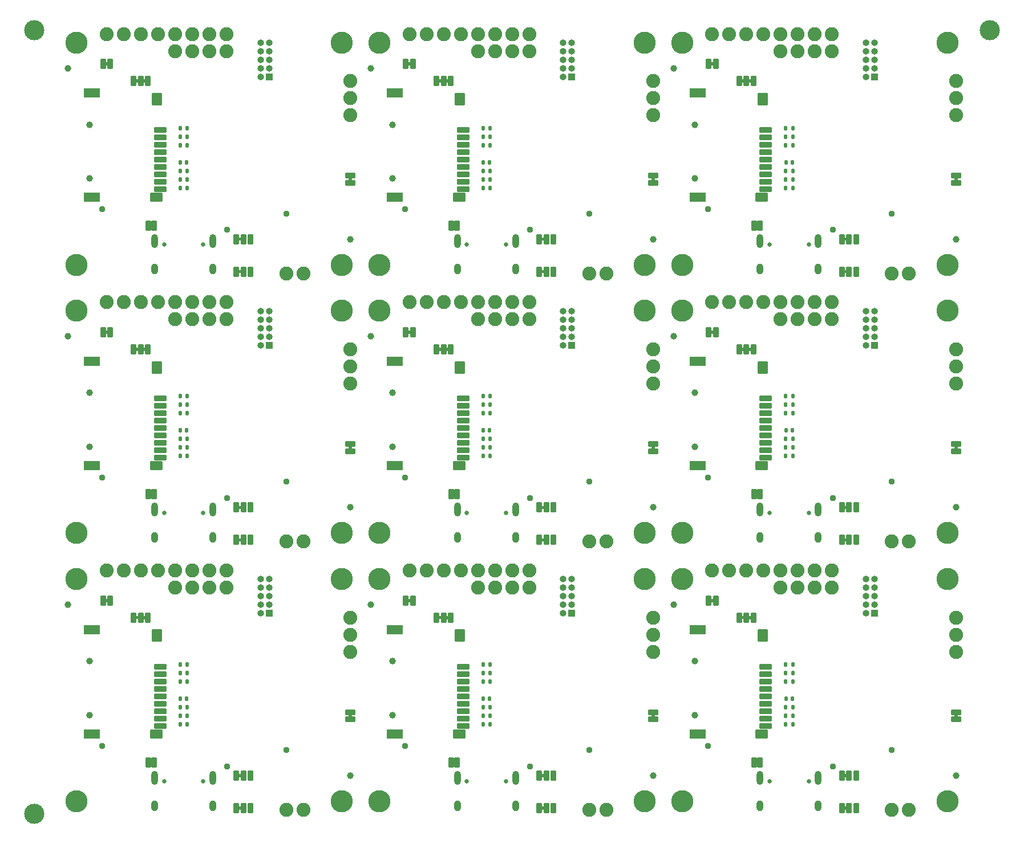
<source format=gbs>
%TF.GenerationSoftware,KiCad,Pcbnew,8.0.1*%
%TF.CreationDate,2024-05-21T10:24:44-06:00*%
%TF.ProjectId,SparkFun_Qwiic_WAV_Trigger_Pro_panelized,53706172-6b46-4756-9e5f-51776969635f,rev?*%
%TF.SameCoordinates,Original*%
%TF.FileFunction,Soldermask,Bot*%
%TF.FilePolarity,Negative*%
%FSLAX46Y46*%
G04 Gerber Fmt 4.6, Leading zero omitted, Abs format (unit mm)*
G04 Created by KiCad (PCBNEW 8.0.1) date 2024-05-21 10:24:44*
%MOMM*%
%LPD*%
G01*
G04 APERTURE LIST*
G04 Aperture macros list*
%AMRoundRect*
0 Rectangle with rounded corners*
0 $1 Rounding radius*
0 $2 $3 $4 $5 $6 $7 $8 $9 X,Y pos of 4 corners*
0 Add a 4 corners polygon primitive as box body*
4,1,4,$2,$3,$4,$5,$6,$7,$8,$9,$2,$3,0*
0 Add four circle primitives for the rounded corners*
1,1,$1+$1,$2,$3*
1,1,$1+$1,$4,$5*
1,1,$1+$1,$6,$7*
1,1,$1+$1,$8,$9*
0 Add four rect primitives between the rounded corners*
20,1,$1+$1,$2,$3,$4,$5,0*
20,1,$1+$1,$4,$5,$6,$7,0*
20,1,$1+$1,$6,$7,$8,$9,0*
20,1,$1+$1,$8,$9,$2,$3,0*%
G04 Aperture macros list end*
%ADD10C,0.000000*%
%ADD11C,3.000000*%
%ADD12C,1.000000*%
%ADD13RoundRect,0.101600X-0.330200X-0.635000X0.330200X-0.635000X0.330200X0.635000X-0.330200X0.635000X0*%
%ADD14RoundRect,0.101600X0.330200X0.635000X-0.330200X0.635000X-0.330200X-0.635000X0.330200X-0.635000X0*%
%ADD15RoundRect,0.085000X-0.317500X-0.635000X0.317500X-0.635000X0.317500X0.635000X-0.317500X0.635000X0*%
%ADD16RoundRect,0.135000X0.135000X0.185000X-0.135000X0.185000X-0.135000X-0.185000X0.135000X-0.185000X0*%
%ADD17RoundRect,0.476600X0.000010X0.000010X-0.000010X0.000010X-0.000010X-0.000010X0.000010X-0.000010X0*%
%ADD18RoundRect,0.101600X-0.635000X0.330200X-0.635000X-0.330200X0.635000X-0.330200X0.635000X0.330200X0*%
%ADD19RoundRect,0.101600X-0.800000X-0.350000X0.800000X-0.350000X0.800000X0.350000X-0.800000X0.350000X0*%
%ADD20RoundRect,0.101600X0.800000X-0.600000X0.800000X0.600000X-0.800000X0.600000X-0.800000X-0.600000X0*%
%ADD21RoundRect,0.101600X1.100000X-0.600000X1.100000X0.600000X-1.100000X0.600000X-1.100000X-0.600000X0*%
%ADD22RoundRect,0.101600X0.700000X-0.800000X0.700000X0.800000X-0.700000X0.800000X-0.700000X-0.800000X0*%
%ADD23RoundRect,0.140000X0.140000X0.170000X-0.140000X0.170000X-0.140000X-0.170000X0.140000X-0.170000X0*%
%ADD24C,0.650000*%
%ADD25O,1.000000X1.600000*%
%ADD26O,1.000000X2.100000*%
%ADD27C,3.302000*%
%ADD28C,2.082800*%
%ADD29R,1.000000X1.000000*%
%ADD30O,1.000000X1.000000*%
G04 APERTURE END LIST*
D10*
%TO.C,JP1*%
G36*
X116938300Y85849500D02*
G01*
X116430300Y85849500D01*
X116430300Y86330500D01*
X116938300Y86330500D01*
X116938300Y85849500D01*
G37*
G36*
X116938300Y45979500D02*
G01*
X116430300Y45979500D01*
X116430300Y46460500D01*
X116938300Y46460500D01*
X116938300Y45979500D01*
G37*
G36*
X116938300Y6109500D02*
G01*
X116430300Y6109500D01*
X116430300Y6590500D01*
X116938300Y6590500D01*
X116938300Y6109500D01*
G37*
G36*
X71988300Y85849500D02*
G01*
X71480300Y85849500D01*
X71480300Y86330500D01*
X71988300Y86330500D01*
X71988300Y85849500D01*
G37*
G36*
X71988300Y45979500D02*
G01*
X71480300Y45979500D01*
X71480300Y46460500D01*
X71988300Y46460500D01*
X71988300Y45979500D01*
G37*
G36*
X71988300Y6109500D02*
G01*
X71480300Y6109500D01*
X71480300Y6590500D01*
X71988300Y6590500D01*
X71988300Y6109500D01*
G37*
G36*
X27038300Y85849500D02*
G01*
X26530300Y85849500D01*
X26530300Y86330500D01*
X27038300Y86330500D01*
X27038300Y85849500D01*
G37*
G36*
X27038300Y45979500D02*
G01*
X26530300Y45979500D01*
X26530300Y46460500D01*
X27038300Y46460500D01*
X27038300Y45979500D01*
G37*
%TO.C,JP2*%
G36*
X116938300Y81023500D02*
G01*
X116430300Y81023500D01*
X116430300Y81504500D01*
X116938300Y81504500D01*
X116938300Y81023500D01*
G37*
G36*
X116938300Y41153500D02*
G01*
X116430300Y41153500D01*
X116430300Y41634500D01*
X116938300Y41634500D01*
X116938300Y41153500D01*
G37*
G36*
X116938300Y1283500D02*
G01*
X116430300Y1283500D01*
X116430300Y1764500D01*
X116938300Y1764500D01*
X116938300Y1283500D01*
G37*
G36*
X71988300Y81023500D02*
G01*
X71480300Y81023500D01*
X71480300Y81504500D01*
X71988300Y81504500D01*
X71988300Y81023500D01*
G37*
G36*
X71988300Y41153500D02*
G01*
X71480300Y41153500D01*
X71480300Y41634500D01*
X71988300Y41634500D01*
X71988300Y41153500D01*
G37*
G36*
X71988300Y1283500D02*
G01*
X71480300Y1283500D01*
X71480300Y1764500D01*
X71988300Y1764500D01*
X71988300Y1283500D01*
G37*
G36*
X27038300Y81023500D02*
G01*
X26530300Y81023500D01*
X26530300Y81504500D01*
X27038300Y81504500D01*
X27038300Y81023500D01*
G37*
G36*
X27038300Y41153500D02*
G01*
X26530300Y41153500D01*
X26530300Y41634500D01*
X27038300Y41634500D01*
X27038300Y41153500D01*
G37*
%TO.C,JP4*%
G36*
X97139000Y111884500D02*
G01*
X96631000Y111884500D01*
X96631000Y112365500D01*
X97139000Y112365500D01*
X97139000Y111884500D01*
G37*
G36*
X97139000Y72014500D02*
G01*
X96631000Y72014500D01*
X96631000Y72495500D01*
X97139000Y72495500D01*
X97139000Y72014500D01*
G37*
G36*
X97139000Y32144500D02*
G01*
X96631000Y32144500D01*
X96631000Y32625500D01*
X97139000Y32625500D01*
X97139000Y32144500D01*
G37*
G36*
X52189000Y111884500D02*
G01*
X51681000Y111884500D01*
X51681000Y112365500D01*
X52189000Y112365500D01*
X52189000Y111884500D01*
G37*
G36*
X52189000Y72014500D02*
G01*
X51681000Y72014500D01*
X51681000Y72495500D01*
X52189000Y72495500D01*
X52189000Y72014500D01*
G37*
G36*
X52189000Y32144500D02*
G01*
X51681000Y32144500D01*
X51681000Y32625500D01*
X52189000Y32625500D01*
X52189000Y32144500D01*
G37*
G36*
X7239000Y111884500D02*
G01*
X6731000Y111884500D01*
X6731000Y112365500D01*
X7239000Y112365500D01*
X7239000Y111884500D01*
G37*
G36*
X7239000Y72014500D02*
G01*
X6731000Y72014500D01*
X6731000Y72495500D01*
X7239000Y72495500D01*
X7239000Y72014500D01*
G37*
%TO.C,JP6*%
G36*
X133320500Y94726000D02*
G01*
X132839500Y94726000D01*
X132839500Y95234000D01*
X133320500Y95234000D01*
X133320500Y94726000D01*
G37*
G36*
X133320500Y54856000D02*
G01*
X132839500Y54856000D01*
X132839500Y55364000D01*
X133320500Y55364000D01*
X133320500Y54856000D01*
G37*
G36*
X133320500Y14986000D02*
G01*
X132839500Y14986000D01*
X132839500Y15494000D01*
X133320500Y15494000D01*
X133320500Y14986000D01*
G37*
G36*
X88370500Y94726000D02*
G01*
X87889500Y94726000D01*
X87889500Y95234000D01*
X88370500Y95234000D01*
X88370500Y94726000D01*
G37*
G36*
X88370500Y54856000D02*
G01*
X87889500Y54856000D01*
X87889500Y55364000D01*
X88370500Y55364000D01*
X88370500Y54856000D01*
G37*
G36*
X88370500Y14986000D02*
G01*
X87889500Y14986000D01*
X87889500Y15494000D01*
X88370500Y15494000D01*
X88370500Y14986000D01*
G37*
G36*
X43420500Y94726000D02*
G01*
X42939500Y94726000D01*
X42939500Y95234000D01*
X43420500Y95234000D01*
X43420500Y94726000D01*
G37*
G36*
X43420500Y54856000D02*
G01*
X42939500Y54856000D01*
X42939500Y55364000D01*
X43420500Y55364000D01*
X43420500Y54856000D01*
G37*
%TO.C,JP5*%
G36*
X101707000Y109367500D02*
G01*
X101199000Y109367500D01*
X101199000Y109848500D01*
X101707000Y109848500D01*
X101707000Y109367500D01*
G37*
G36*
X102739700Y109344500D02*
G01*
X102231700Y109344500D01*
X102231700Y109825500D01*
X102739700Y109825500D01*
X102739700Y109344500D01*
G37*
G36*
X101707000Y69497500D02*
G01*
X101199000Y69497500D01*
X101199000Y69978500D01*
X101707000Y69978500D01*
X101707000Y69497500D01*
G37*
G36*
X102739700Y69474500D02*
G01*
X102231700Y69474500D01*
X102231700Y69955500D01*
X102739700Y69955500D01*
X102739700Y69474500D01*
G37*
G36*
X101707000Y29627500D02*
G01*
X101199000Y29627500D01*
X101199000Y30108500D01*
X101707000Y30108500D01*
X101707000Y29627500D01*
G37*
G36*
X102739700Y29604500D02*
G01*
X102231700Y29604500D01*
X102231700Y30085500D01*
X102739700Y30085500D01*
X102739700Y29604500D01*
G37*
G36*
X56757000Y109367500D02*
G01*
X56249000Y109367500D01*
X56249000Y109848500D01*
X56757000Y109848500D01*
X56757000Y109367500D01*
G37*
G36*
X57789700Y109344500D02*
G01*
X57281700Y109344500D01*
X57281700Y109825500D01*
X57789700Y109825500D01*
X57789700Y109344500D01*
G37*
G36*
X56757000Y69497500D02*
G01*
X56249000Y69497500D01*
X56249000Y69978500D01*
X56757000Y69978500D01*
X56757000Y69497500D01*
G37*
G36*
X57789700Y69474500D02*
G01*
X57281700Y69474500D01*
X57281700Y69955500D01*
X57789700Y69955500D01*
X57789700Y69474500D01*
G37*
G36*
X56757000Y29627500D02*
G01*
X56249000Y29627500D01*
X56249000Y30108500D01*
X56757000Y30108500D01*
X56757000Y29627500D01*
G37*
G36*
X57789700Y29604500D02*
G01*
X57281700Y29604500D01*
X57281700Y30085500D01*
X57789700Y30085500D01*
X57789700Y29604500D01*
G37*
G36*
X11807000Y109367500D02*
G01*
X11299000Y109367500D01*
X11299000Y109848500D01*
X11807000Y109848500D01*
X11807000Y109367500D01*
G37*
G36*
X12839700Y109344500D02*
G01*
X12331700Y109344500D01*
X12331700Y109825500D01*
X12839700Y109825500D01*
X12839700Y109344500D01*
G37*
G36*
X11807000Y69497500D02*
G01*
X11299000Y69497500D01*
X11299000Y69978500D01*
X11807000Y69978500D01*
X11807000Y69497500D01*
G37*
G36*
X12839700Y69474500D02*
G01*
X12331700Y69474500D01*
X12331700Y69955500D01*
X12839700Y69955500D01*
X12839700Y69474500D01*
G37*
G36*
X11807000Y29627500D02*
G01*
X11299000Y29627500D01*
X11299000Y30108500D01*
X11807000Y30108500D01*
X11807000Y29627500D01*
G37*
G36*
X12839700Y29604500D02*
G01*
X12331700Y29604500D01*
X12331700Y30085500D01*
X12839700Y30085500D01*
X12839700Y29604500D01*
G37*
%TO.C,JP6*%
G36*
X43420500Y14986000D02*
G01*
X42939500Y14986000D01*
X42939500Y15494000D01*
X43420500Y15494000D01*
X43420500Y14986000D01*
G37*
%TO.C,JP4*%
G36*
X7239000Y32144500D02*
G01*
X6731000Y32144500D01*
X6731000Y32625500D01*
X7239000Y32625500D01*
X7239000Y32144500D01*
G37*
%TO.C,JP2*%
G36*
X27038300Y1283500D02*
G01*
X26530300Y1283500D01*
X26530300Y1764500D01*
X27038300Y1764500D01*
X27038300Y1283500D01*
G37*
%TO.C,JP1*%
G36*
X27038300Y6109500D02*
G01*
X26530300Y6109500D01*
X26530300Y6590500D01*
X27038300Y6590500D01*
X27038300Y6109500D01*
G37*
%TD*%
D11*
%TO.C,*%
X138050000Y117135000D03*
%TD*%
%TO.C,*%
X-3700000Y117135000D03*
%TD*%
%TO.C,*%
X-3700000Y705000D03*
%TD*%
D12*
%TO.C,FID3*%
X133080000Y86090000D03*
%TD*%
%TO.C,FID3*%
X133080000Y46220000D03*
%TD*%
%TO.C,FID3*%
X133080000Y6350000D03*
%TD*%
%TO.C,FID3*%
X88130000Y86090000D03*
%TD*%
%TO.C,FID3*%
X88130000Y46220000D03*
%TD*%
%TO.C,FID3*%
X88130000Y6350000D03*
%TD*%
%TO.C,FID3*%
X43180000Y86090000D03*
%TD*%
%TO.C,FID3*%
X43180000Y46220000D03*
%TD*%
D13*
%TO.C,JP1*%
X116163600Y86090000D03*
X117205000Y86090000D03*
D14*
X118246400Y86090000D03*
%TD*%
D13*
%TO.C,JP1*%
X116163600Y46220000D03*
X117205000Y46220000D03*
D14*
X118246400Y46220000D03*
%TD*%
D13*
%TO.C,JP1*%
X116163600Y6350000D03*
X117205000Y6350000D03*
D14*
X118246400Y6350000D03*
%TD*%
D13*
%TO.C,JP1*%
X71213600Y86090000D03*
X72255000Y86090000D03*
D14*
X73296400Y86090000D03*
%TD*%
D13*
%TO.C,JP1*%
X71213600Y46220000D03*
X72255000Y46220000D03*
D14*
X73296400Y46220000D03*
%TD*%
D13*
%TO.C,JP1*%
X71213600Y6350000D03*
X72255000Y6350000D03*
D14*
X73296400Y6350000D03*
%TD*%
D13*
%TO.C,JP1*%
X26263600Y86090000D03*
X27305000Y86090000D03*
D14*
X28346400Y86090000D03*
%TD*%
D13*
%TO.C,JP1*%
X26263600Y46220000D03*
X27305000Y46220000D03*
D14*
X28346400Y46220000D03*
%TD*%
D13*
%TO.C,JP2*%
X116163600Y81264000D03*
X117205000Y81264000D03*
D14*
X118246400Y81264000D03*
%TD*%
D13*
%TO.C,JP2*%
X116163600Y41394000D03*
X117205000Y41394000D03*
D14*
X118246400Y41394000D03*
%TD*%
D13*
%TO.C,JP2*%
X116163600Y1524000D03*
X117205000Y1524000D03*
D14*
X118246400Y1524000D03*
%TD*%
D13*
%TO.C,JP2*%
X71213600Y81264000D03*
X72255000Y81264000D03*
D14*
X73296400Y81264000D03*
%TD*%
D13*
%TO.C,JP2*%
X71213600Y41394000D03*
X72255000Y41394000D03*
D14*
X73296400Y41394000D03*
%TD*%
D13*
%TO.C,JP2*%
X71213600Y1524000D03*
X72255000Y1524000D03*
D14*
X73296400Y1524000D03*
%TD*%
D13*
%TO.C,JP2*%
X26263600Y81264000D03*
X27305000Y81264000D03*
D14*
X28346400Y81264000D03*
%TD*%
D13*
%TO.C,JP2*%
X26263600Y41394000D03*
X27305000Y41394000D03*
D14*
X28346400Y41394000D03*
%TD*%
D12*
%TO.C,FID4*%
X91170000Y111490000D03*
%TD*%
%TO.C,FID4*%
X91170000Y71620000D03*
%TD*%
%TO.C,FID4*%
X91170000Y31750000D03*
%TD*%
%TO.C,FID4*%
X46220000Y111490000D03*
%TD*%
%TO.C,FID4*%
X46220000Y71620000D03*
%TD*%
%TO.C,FID4*%
X46220000Y31750000D03*
%TD*%
%TO.C,FID4*%
X1270000Y111490000D03*
%TD*%
%TO.C,FID4*%
X1270000Y71620000D03*
%TD*%
D13*
%TO.C,JP4*%
X96364300Y112125000D03*
X97405700Y112125000D03*
%TD*%
%TO.C,JP4*%
X96364300Y72255000D03*
X97405700Y72255000D03*
%TD*%
%TO.C,JP4*%
X96364300Y32385000D03*
X97405700Y32385000D03*
%TD*%
%TO.C,JP4*%
X51414300Y112125000D03*
X52455700Y112125000D03*
%TD*%
%TO.C,JP4*%
X51414300Y72255000D03*
X52455700Y72255000D03*
%TD*%
%TO.C,JP4*%
X51414300Y32385000D03*
X52455700Y32385000D03*
%TD*%
%TO.C,JP4*%
X6464300Y112125000D03*
X7505700Y112125000D03*
%TD*%
%TO.C,JP4*%
X6464300Y72255000D03*
X7505700Y72255000D03*
%TD*%
D15*
%TO.C,JP3*%
X103108000Y88071200D03*
X103920800Y88071200D03*
%TD*%
%TO.C,JP3*%
X103108000Y48201200D03*
X103920800Y48201200D03*
%TD*%
%TO.C,JP3*%
X103108000Y8331200D03*
X103920800Y8331200D03*
%TD*%
%TO.C,JP3*%
X58158000Y88071200D03*
X58970800Y88071200D03*
%TD*%
%TO.C,JP3*%
X58158000Y48201200D03*
X58970800Y48201200D03*
%TD*%
%TO.C,JP3*%
X58158000Y8331200D03*
X58970800Y8331200D03*
%TD*%
%TO.C,JP3*%
X13208000Y88071200D03*
X14020800Y88071200D03*
%TD*%
%TO.C,JP3*%
X13208000Y48201200D03*
X14020800Y48201200D03*
%TD*%
D16*
%TO.C,R9*%
X108825000Y100060000D03*
X107805000Y100060000D03*
%TD*%
%TO.C,R9*%
X108825000Y60190000D03*
X107805000Y60190000D03*
%TD*%
%TO.C,R9*%
X108825000Y20320000D03*
X107805000Y20320000D03*
%TD*%
%TO.C,R9*%
X63875000Y100060000D03*
X62855000Y100060000D03*
%TD*%
%TO.C,R9*%
X63875000Y60190000D03*
X62855000Y60190000D03*
%TD*%
%TO.C,R9*%
X63875000Y20320000D03*
X62855000Y20320000D03*
%TD*%
%TO.C,R9*%
X18925000Y100060000D03*
X17905000Y100060000D03*
%TD*%
%TO.C,R9*%
X18925000Y60190000D03*
X17905000Y60190000D03*
%TD*%
D17*
%TO.C,TP2*%
X123555000Y89900000D03*
%TD*%
%TO.C,TP2*%
X123555000Y50030000D03*
%TD*%
%TO.C,TP2*%
X123555000Y10160000D03*
%TD*%
%TO.C,TP2*%
X78605000Y89900000D03*
%TD*%
%TO.C,TP2*%
X78605000Y50030000D03*
%TD*%
%TO.C,TP2*%
X78605000Y10160000D03*
%TD*%
%TO.C,TP2*%
X33655000Y89900000D03*
%TD*%
%TO.C,TP2*%
X33655000Y50030000D03*
%TD*%
D16*
%TO.C,R12*%
X108825000Y94980000D03*
X107805000Y94980000D03*
%TD*%
%TO.C,R12*%
X108825000Y55110000D03*
X107805000Y55110000D03*
%TD*%
%TO.C,R12*%
X108825000Y15240000D03*
X107805000Y15240000D03*
%TD*%
%TO.C,R12*%
X63875000Y94980000D03*
X62855000Y94980000D03*
%TD*%
%TO.C,R12*%
X63875000Y55110000D03*
X62855000Y55110000D03*
%TD*%
%TO.C,R12*%
X63875000Y15240000D03*
X62855000Y15240000D03*
%TD*%
%TO.C,R12*%
X18925000Y94980000D03*
X17905000Y94980000D03*
%TD*%
%TO.C,R12*%
X18925000Y55110000D03*
X17905000Y55110000D03*
%TD*%
D17*
%TO.C,TP1*%
X96250000Y90535000D03*
%TD*%
%TO.C,TP1*%
X96250000Y50665000D03*
%TD*%
%TO.C,TP1*%
X96250000Y10795000D03*
%TD*%
%TO.C,TP1*%
X51300000Y90535000D03*
%TD*%
%TO.C,TP1*%
X51300000Y50665000D03*
%TD*%
%TO.C,TP1*%
X51300000Y10795000D03*
%TD*%
%TO.C,TP1*%
X6350000Y90535000D03*
%TD*%
%TO.C,TP1*%
X6350000Y50665000D03*
%TD*%
D16*
%TO.C,R10*%
X108825000Y96250000D03*
X107805000Y96250000D03*
%TD*%
%TO.C,R10*%
X108825000Y56380000D03*
X107805000Y56380000D03*
%TD*%
%TO.C,R10*%
X108825000Y16510000D03*
X107805000Y16510000D03*
%TD*%
%TO.C,R10*%
X63875000Y96250000D03*
X62855000Y96250000D03*
%TD*%
%TO.C,R10*%
X63875000Y56380000D03*
X62855000Y56380000D03*
%TD*%
%TO.C,R10*%
X63875000Y16510000D03*
X62855000Y16510000D03*
%TD*%
%TO.C,R10*%
X18925000Y96250000D03*
X17905000Y96250000D03*
%TD*%
%TO.C,R10*%
X18925000Y56380000D03*
X17905000Y56380000D03*
%TD*%
D18*
%TO.C,JP6*%
X133080000Y95500700D03*
X133080000Y94459300D03*
%TD*%
%TO.C,JP6*%
X133080000Y55630700D03*
X133080000Y54589300D03*
%TD*%
%TO.C,JP6*%
X133080000Y15760700D03*
X133080000Y14719300D03*
%TD*%
%TO.C,JP6*%
X88130000Y95500700D03*
X88130000Y94459300D03*
%TD*%
%TO.C,JP6*%
X88130000Y55630700D03*
X88130000Y54589300D03*
%TD*%
%TO.C,JP6*%
X88130000Y15760700D03*
X88130000Y14719300D03*
%TD*%
%TO.C,JP6*%
X43180000Y95500700D03*
X43180000Y94459300D03*
%TD*%
%TO.C,JP6*%
X43180000Y55630700D03*
X43180000Y54589300D03*
%TD*%
D12*
%TO.C,J5*%
X94345000Y95110000D03*
X94345000Y103110000D03*
D19*
X104845000Y102310000D03*
X104845000Y101210000D03*
X104845000Y100110000D03*
X104845000Y99010000D03*
X104845000Y97910000D03*
X104845000Y96810000D03*
X104845000Y95710000D03*
X104845000Y94610000D03*
X104845000Y93510000D03*
D20*
X104245000Y92310000D03*
D21*
X94745000Y92310000D03*
X94745000Y107810000D03*
D22*
X104345000Y106910000D03*
%TD*%
D12*
%TO.C,J5*%
X94345000Y55240000D03*
X94345000Y63240000D03*
D19*
X104845000Y62440000D03*
X104845000Y61340000D03*
X104845000Y60240000D03*
X104845000Y59140000D03*
X104845000Y58040000D03*
X104845000Y56940000D03*
X104845000Y55840000D03*
X104845000Y54740000D03*
X104845000Y53640000D03*
D20*
X104245000Y52440000D03*
D21*
X94745000Y52440000D03*
X94745000Y67940000D03*
D22*
X104345000Y67040000D03*
%TD*%
D12*
%TO.C,J5*%
X94345000Y15370000D03*
X94345000Y23370000D03*
D19*
X104845000Y22570000D03*
X104845000Y21470000D03*
X104845000Y20370000D03*
X104845000Y19270000D03*
X104845000Y18170000D03*
X104845000Y17070000D03*
X104845000Y15970000D03*
X104845000Y14870000D03*
X104845000Y13770000D03*
D20*
X104245000Y12570000D03*
D21*
X94745000Y12570000D03*
X94745000Y28070000D03*
D22*
X104345000Y27170000D03*
%TD*%
D12*
%TO.C,J5*%
X49395000Y95110000D03*
X49395000Y103110000D03*
D19*
X59895000Y102310000D03*
X59895000Y101210000D03*
X59895000Y100110000D03*
X59895000Y99010000D03*
X59895000Y97910000D03*
X59895000Y96810000D03*
X59895000Y95710000D03*
X59895000Y94610000D03*
X59895000Y93510000D03*
D20*
X59295000Y92310000D03*
D21*
X49795000Y92310000D03*
X49795000Y107810000D03*
D22*
X59395000Y106910000D03*
%TD*%
D12*
%TO.C,J5*%
X49395000Y55240000D03*
X49395000Y63240000D03*
D19*
X59895000Y62440000D03*
X59895000Y61340000D03*
X59895000Y60240000D03*
X59895000Y59140000D03*
X59895000Y58040000D03*
X59895000Y56940000D03*
X59895000Y55840000D03*
X59895000Y54740000D03*
X59895000Y53640000D03*
D20*
X59295000Y52440000D03*
D21*
X49795000Y52440000D03*
X49795000Y67940000D03*
D22*
X59395000Y67040000D03*
%TD*%
D12*
%TO.C,J5*%
X49395000Y15370000D03*
X49395000Y23370000D03*
D19*
X59895000Y22570000D03*
X59895000Y21470000D03*
X59895000Y20370000D03*
X59895000Y19270000D03*
X59895000Y18170000D03*
X59895000Y17070000D03*
X59895000Y15970000D03*
X59895000Y14870000D03*
X59895000Y13770000D03*
D20*
X59295000Y12570000D03*
D21*
X49795000Y12570000D03*
X49795000Y28070000D03*
D22*
X59395000Y27170000D03*
%TD*%
D12*
%TO.C,J5*%
X4445000Y95110000D03*
X4445000Y103110000D03*
D19*
X14945000Y102310000D03*
X14945000Y101210000D03*
X14945000Y100110000D03*
X14945000Y99010000D03*
X14945000Y97910000D03*
X14945000Y96810000D03*
X14945000Y95710000D03*
X14945000Y94610000D03*
X14945000Y93510000D03*
D20*
X14345000Y92310000D03*
D21*
X4845000Y92310000D03*
X4845000Y107810000D03*
D22*
X14445000Y106910000D03*
%TD*%
D12*
%TO.C,J5*%
X4445000Y55240000D03*
X4445000Y63240000D03*
D19*
X14945000Y62440000D03*
X14945000Y61340000D03*
X14945000Y60240000D03*
X14945000Y59140000D03*
X14945000Y58040000D03*
X14945000Y56940000D03*
X14945000Y55840000D03*
X14945000Y54740000D03*
X14945000Y53640000D03*
D20*
X14345000Y52440000D03*
D21*
X4845000Y52440000D03*
X4845000Y67940000D03*
D22*
X14445000Y67040000D03*
%TD*%
D16*
%TO.C,R13*%
X108825000Y102600000D03*
X107805000Y102600000D03*
%TD*%
%TO.C,R13*%
X108825000Y62730000D03*
X107805000Y62730000D03*
%TD*%
%TO.C,R13*%
X108825000Y22860000D03*
X107805000Y22860000D03*
%TD*%
%TO.C,R13*%
X63875000Y102600000D03*
X62855000Y102600000D03*
%TD*%
%TO.C,R13*%
X63875000Y62730000D03*
X62855000Y62730000D03*
%TD*%
%TO.C,R13*%
X63875000Y22860000D03*
X62855000Y22860000D03*
%TD*%
%TO.C,R13*%
X18925000Y102600000D03*
X17905000Y102600000D03*
%TD*%
%TO.C,R13*%
X18925000Y62730000D03*
X17905000Y62730000D03*
%TD*%
D23*
%TO.C,C25*%
X108795000Y97520000D03*
X107835000Y97520000D03*
%TD*%
%TO.C,C25*%
X108795000Y57650000D03*
X107835000Y57650000D03*
%TD*%
%TO.C,C25*%
X108795000Y17780000D03*
X107835000Y17780000D03*
%TD*%
%TO.C,C25*%
X63845000Y97520000D03*
X62885000Y97520000D03*
%TD*%
%TO.C,C25*%
X63845000Y57650000D03*
X62885000Y57650000D03*
%TD*%
%TO.C,C25*%
X63845000Y17780000D03*
X62885000Y17780000D03*
%TD*%
%TO.C,C25*%
X18895000Y97520000D03*
X17935000Y97520000D03*
%TD*%
%TO.C,C25*%
X18895000Y57650000D03*
X17935000Y57650000D03*
%TD*%
D14*
%TO.C,JP5*%
X103006400Y109585000D03*
X101965000Y109585000D03*
D13*
X100923600Y109585000D03*
%TD*%
D14*
%TO.C,JP5*%
X103006400Y69715000D03*
X101965000Y69715000D03*
D13*
X100923600Y69715000D03*
%TD*%
D14*
%TO.C,JP5*%
X103006400Y29845000D03*
X101965000Y29845000D03*
D13*
X100923600Y29845000D03*
%TD*%
D14*
%TO.C,JP5*%
X58056400Y109585000D03*
X57015000Y109585000D03*
D13*
X55973600Y109585000D03*
%TD*%
D14*
%TO.C,JP5*%
X58056400Y69715000D03*
X57015000Y69715000D03*
D13*
X55973600Y69715000D03*
%TD*%
D14*
%TO.C,JP5*%
X58056400Y29845000D03*
X57015000Y29845000D03*
D13*
X55973600Y29845000D03*
%TD*%
D14*
%TO.C,JP5*%
X13106400Y109585000D03*
X12065000Y109585000D03*
D13*
X11023600Y109585000D03*
%TD*%
D14*
%TO.C,JP5*%
X13106400Y69715000D03*
X12065000Y69715000D03*
D13*
X11023600Y69715000D03*
%TD*%
D17*
%TO.C,TP3*%
X114792000Y87487000D03*
%TD*%
%TO.C,TP3*%
X114792000Y47617000D03*
%TD*%
%TO.C,TP3*%
X114792000Y7747000D03*
%TD*%
%TO.C,TP3*%
X69842000Y87487000D03*
%TD*%
%TO.C,TP3*%
X69842000Y47617000D03*
%TD*%
%TO.C,TP3*%
X69842000Y7747000D03*
%TD*%
%TO.C,TP3*%
X24892000Y87487000D03*
%TD*%
%TO.C,TP3*%
X24892000Y47617000D03*
%TD*%
D16*
%TO.C,R16*%
X108825000Y93710000D03*
X107805000Y93710000D03*
%TD*%
%TO.C,R16*%
X108825000Y53840000D03*
X107805000Y53840000D03*
%TD*%
%TO.C,R16*%
X108825000Y13970000D03*
X107805000Y13970000D03*
%TD*%
%TO.C,R16*%
X63875000Y93710000D03*
X62855000Y93710000D03*
%TD*%
%TO.C,R16*%
X63875000Y53840000D03*
X62855000Y53840000D03*
%TD*%
%TO.C,R16*%
X63875000Y13970000D03*
X62855000Y13970000D03*
%TD*%
%TO.C,R16*%
X18925000Y93710000D03*
X17905000Y93710000D03*
%TD*%
%TO.C,R16*%
X18925000Y53840000D03*
X17905000Y53840000D03*
%TD*%
%TO.C,R14*%
X108825000Y101330000D03*
X107805000Y101330000D03*
%TD*%
%TO.C,R14*%
X108825000Y61460000D03*
X107805000Y61460000D03*
%TD*%
%TO.C,R14*%
X108825000Y21590000D03*
X107805000Y21590000D03*
%TD*%
%TO.C,R14*%
X63875000Y101330000D03*
X62855000Y101330000D03*
%TD*%
%TO.C,R14*%
X63875000Y61460000D03*
X62855000Y61460000D03*
%TD*%
%TO.C,R14*%
X63875000Y21590000D03*
X62855000Y21590000D03*
%TD*%
%TO.C,R14*%
X18925000Y101330000D03*
X17905000Y101330000D03*
%TD*%
%TO.C,R14*%
X18925000Y61460000D03*
X17905000Y61460000D03*
%TD*%
D24*
%TO.C,J2*%
X105425000Y85280000D03*
X111205000Y85280000D03*
D25*
X103997000Y81630000D03*
D26*
X103997000Y85810000D03*
X112633000Y85810000D03*
D25*
X112633000Y81630000D03*
%TD*%
D24*
%TO.C,J2*%
X105425000Y45410000D03*
X111205000Y45410000D03*
D25*
X103997000Y41760000D03*
D26*
X103997000Y45940000D03*
X112633000Y45940000D03*
D25*
X112633000Y41760000D03*
%TD*%
D24*
%TO.C,J2*%
X105425000Y5540000D03*
X111205000Y5540000D03*
D25*
X103997000Y1890000D03*
D26*
X103997000Y6070000D03*
X112633000Y6070000D03*
D25*
X112633000Y1890000D03*
%TD*%
D24*
%TO.C,J2*%
X60475000Y85280000D03*
X66255000Y85280000D03*
D25*
X59047000Y81630000D03*
D26*
X59047000Y85810000D03*
X67683000Y85810000D03*
D25*
X67683000Y81630000D03*
%TD*%
D24*
%TO.C,J2*%
X60475000Y45410000D03*
X66255000Y45410000D03*
D25*
X59047000Y41760000D03*
D26*
X59047000Y45940000D03*
X67683000Y45940000D03*
D25*
X67683000Y41760000D03*
%TD*%
D24*
%TO.C,J2*%
X60475000Y5540000D03*
X66255000Y5540000D03*
D25*
X59047000Y1890000D03*
D26*
X59047000Y6070000D03*
X67683000Y6070000D03*
D25*
X67683000Y1890000D03*
%TD*%
D24*
%TO.C,J2*%
X15525000Y85280000D03*
X21305000Y85280000D03*
D25*
X14097000Y81630000D03*
D26*
X14097000Y85810000D03*
X22733000Y85810000D03*
D25*
X22733000Y81630000D03*
%TD*%
D24*
%TO.C,J2*%
X15525000Y45410000D03*
X21305000Y45410000D03*
D25*
X14097000Y41760000D03*
D26*
X14097000Y45940000D03*
X22733000Y45940000D03*
D25*
X22733000Y41760000D03*
%TD*%
D27*
%TO.C,ST4*%
X92440000Y115300000D03*
%TD*%
%TO.C,ST4*%
X92440000Y75430000D03*
%TD*%
%TO.C,ST4*%
X92440000Y35560000D03*
%TD*%
%TO.C,ST4*%
X47490000Y115300000D03*
%TD*%
%TO.C,ST4*%
X47490000Y75430000D03*
%TD*%
%TO.C,ST4*%
X47490000Y35560000D03*
%TD*%
%TO.C,ST4*%
X2540000Y115300000D03*
%TD*%
%TO.C,ST4*%
X2540000Y75430000D03*
%TD*%
%TO.C,ST1*%
X92440000Y82280000D03*
%TD*%
%TO.C,ST1*%
X92440000Y42410000D03*
%TD*%
%TO.C,ST1*%
X92440000Y2540000D03*
%TD*%
%TO.C,ST1*%
X47490000Y82280000D03*
%TD*%
%TO.C,ST1*%
X47490000Y42410000D03*
%TD*%
%TO.C,ST1*%
X47490000Y2540000D03*
%TD*%
%TO.C,ST1*%
X2540000Y82280000D03*
%TD*%
%TO.C,ST1*%
X2540000Y42410000D03*
%TD*%
%TO.C,ST2*%
X131810000Y82280000D03*
%TD*%
%TO.C,ST2*%
X131810000Y42410000D03*
%TD*%
%TO.C,ST2*%
X131810000Y2540000D03*
%TD*%
%TO.C,ST2*%
X86860000Y82280000D03*
%TD*%
%TO.C,ST2*%
X86860000Y42410000D03*
%TD*%
%TO.C,ST2*%
X86860000Y2540000D03*
%TD*%
%TO.C,ST2*%
X41910000Y82280000D03*
%TD*%
%TO.C,ST2*%
X41910000Y42410000D03*
%TD*%
D28*
%TO.C,J1*%
X123555000Y81010000D03*
X126095000Y81010000D03*
%TD*%
%TO.C,J1*%
X123555000Y41140000D03*
X126095000Y41140000D03*
%TD*%
%TO.C,J1*%
X123555000Y1270000D03*
X126095000Y1270000D03*
%TD*%
%TO.C,J1*%
X78605000Y81010000D03*
X81145000Y81010000D03*
%TD*%
%TO.C,J1*%
X78605000Y41140000D03*
X81145000Y41140000D03*
%TD*%
%TO.C,J1*%
X78605000Y1270000D03*
X81145000Y1270000D03*
%TD*%
%TO.C,J1*%
X33655000Y81010000D03*
X36195000Y81010000D03*
%TD*%
%TO.C,J1*%
X33655000Y41140000D03*
X36195000Y41140000D03*
%TD*%
%TO.C,J6*%
X114665000Y116570000D03*
X112125000Y116570000D03*
X109585000Y116570000D03*
X107045000Y116570000D03*
X104505000Y116570000D03*
X101965000Y116570000D03*
X99425000Y116570000D03*
X96885000Y116570000D03*
%TD*%
%TO.C,J6*%
X114665000Y76700000D03*
X112125000Y76700000D03*
X109585000Y76700000D03*
X107045000Y76700000D03*
X104505000Y76700000D03*
X101965000Y76700000D03*
X99425000Y76700000D03*
X96885000Y76700000D03*
%TD*%
%TO.C,J6*%
X114665000Y36830000D03*
X112125000Y36830000D03*
X109585000Y36830000D03*
X107045000Y36830000D03*
X104505000Y36830000D03*
X101965000Y36830000D03*
X99425000Y36830000D03*
X96885000Y36830000D03*
%TD*%
%TO.C,J6*%
X69715000Y116570000D03*
X67175000Y116570000D03*
X64635000Y116570000D03*
X62095000Y116570000D03*
X59555000Y116570000D03*
X57015000Y116570000D03*
X54475000Y116570000D03*
X51935000Y116570000D03*
%TD*%
%TO.C,J6*%
X69715000Y76700000D03*
X67175000Y76700000D03*
X64635000Y76700000D03*
X62095000Y76700000D03*
X59555000Y76700000D03*
X57015000Y76700000D03*
X54475000Y76700000D03*
X51935000Y76700000D03*
%TD*%
%TO.C,J6*%
X69715000Y36830000D03*
X67175000Y36830000D03*
X64635000Y36830000D03*
X62095000Y36830000D03*
X59555000Y36830000D03*
X57015000Y36830000D03*
X54475000Y36830000D03*
X51935000Y36830000D03*
%TD*%
%TO.C,J6*%
X24765000Y116570000D03*
X22225000Y116570000D03*
X19685000Y116570000D03*
X17145000Y116570000D03*
X14605000Y116570000D03*
X12065000Y116570000D03*
X9525000Y116570000D03*
X6985000Y116570000D03*
%TD*%
%TO.C,J6*%
X24765000Y76700000D03*
X22225000Y76700000D03*
X19685000Y76700000D03*
X17145000Y76700000D03*
X14605000Y76700000D03*
X12065000Y76700000D03*
X9525000Y76700000D03*
X6985000Y76700000D03*
%TD*%
%TO.C,J9*%
X114665000Y114030000D03*
X112125000Y114030000D03*
X109585000Y114030000D03*
X107045000Y114030000D03*
%TD*%
%TO.C,J9*%
X114665000Y74160000D03*
X112125000Y74160000D03*
X109585000Y74160000D03*
X107045000Y74160000D03*
%TD*%
%TO.C,J9*%
X114665000Y34290000D03*
X112125000Y34290000D03*
X109585000Y34290000D03*
X107045000Y34290000D03*
%TD*%
%TO.C,J9*%
X69715000Y114030000D03*
X67175000Y114030000D03*
X64635000Y114030000D03*
X62095000Y114030000D03*
%TD*%
%TO.C,J9*%
X69715000Y74160000D03*
X67175000Y74160000D03*
X64635000Y74160000D03*
X62095000Y74160000D03*
%TD*%
%TO.C,J9*%
X69715000Y34290000D03*
X67175000Y34290000D03*
X64635000Y34290000D03*
X62095000Y34290000D03*
%TD*%
%TO.C,J9*%
X24765000Y114030000D03*
X22225000Y114030000D03*
X19685000Y114030000D03*
X17145000Y114030000D03*
%TD*%
%TO.C,J9*%
X24765000Y74160000D03*
X22225000Y74160000D03*
X19685000Y74160000D03*
X17145000Y74160000D03*
%TD*%
D27*
%TO.C,ST3*%
X131810000Y115300000D03*
%TD*%
%TO.C,ST3*%
X131810000Y75430000D03*
%TD*%
%TO.C,ST3*%
X131810000Y35560000D03*
%TD*%
%TO.C,ST3*%
X86860000Y115300000D03*
%TD*%
%TO.C,ST3*%
X86860000Y75430000D03*
%TD*%
%TO.C,ST3*%
X86860000Y35560000D03*
%TD*%
%TO.C,ST3*%
X41910000Y115300000D03*
%TD*%
%TO.C,ST3*%
X41910000Y75430000D03*
%TD*%
D29*
%TO.C,J7*%
X121005000Y110210000D03*
D30*
X119735000Y110210000D03*
X121005000Y111480000D03*
X119735000Y111480000D03*
X121005000Y112750000D03*
X119735000Y112750000D03*
X121005000Y114020000D03*
X119735000Y114020000D03*
X121005000Y115290000D03*
X119735000Y115290000D03*
%TD*%
D29*
%TO.C,J7*%
X121005000Y70340000D03*
D30*
X119735000Y70340000D03*
X121005000Y71610000D03*
X119735000Y71610000D03*
X121005000Y72880000D03*
X119735000Y72880000D03*
X121005000Y74150000D03*
X119735000Y74150000D03*
X121005000Y75420000D03*
X119735000Y75420000D03*
%TD*%
D29*
%TO.C,J7*%
X121005000Y30470000D03*
D30*
X119735000Y30470000D03*
X121005000Y31740000D03*
X119735000Y31740000D03*
X121005000Y33010000D03*
X119735000Y33010000D03*
X121005000Y34280000D03*
X119735000Y34280000D03*
X121005000Y35550000D03*
X119735000Y35550000D03*
%TD*%
D29*
%TO.C,J7*%
X76055000Y110210000D03*
D30*
X74785000Y110210000D03*
X76055000Y111480000D03*
X74785000Y111480000D03*
X76055000Y112750000D03*
X74785000Y112750000D03*
X76055000Y114020000D03*
X74785000Y114020000D03*
X76055000Y115290000D03*
X74785000Y115290000D03*
%TD*%
D29*
%TO.C,J7*%
X76055000Y70340000D03*
D30*
X74785000Y70340000D03*
X76055000Y71610000D03*
X74785000Y71610000D03*
X76055000Y72880000D03*
X74785000Y72880000D03*
X76055000Y74150000D03*
X74785000Y74150000D03*
X76055000Y75420000D03*
X74785000Y75420000D03*
%TD*%
D29*
%TO.C,J7*%
X76055000Y30470000D03*
D30*
X74785000Y30470000D03*
X76055000Y31740000D03*
X74785000Y31740000D03*
X76055000Y33010000D03*
X74785000Y33010000D03*
X76055000Y34280000D03*
X74785000Y34280000D03*
X76055000Y35550000D03*
X74785000Y35550000D03*
%TD*%
D29*
%TO.C,J7*%
X31105000Y110210000D03*
D30*
X29835000Y110210000D03*
X31105000Y111480000D03*
X29835000Y111480000D03*
X31105000Y112750000D03*
X29835000Y112750000D03*
X31105000Y114020000D03*
X29835000Y114020000D03*
X31105000Y115290000D03*
X29835000Y115290000D03*
%TD*%
D29*
%TO.C,J7*%
X31105000Y70340000D03*
D30*
X29835000Y70340000D03*
X31105000Y71610000D03*
X29835000Y71610000D03*
X31105000Y72880000D03*
X29835000Y72880000D03*
X31105000Y74150000D03*
X29835000Y74150000D03*
X31105000Y75420000D03*
X29835000Y75420000D03*
%TD*%
D28*
%TO.C,J8*%
X133080000Y104505000D03*
X133080000Y107045000D03*
X133080000Y109585000D03*
%TD*%
%TO.C,J8*%
X133080000Y64635000D03*
X133080000Y67175000D03*
X133080000Y69715000D03*
%TD*%
%TO.C,J8*%
X133080000Y24765000D03*
X133080000Y27305000D03*
X133080000Y29845000D03*
%TD*%
%TO.C,J8*%
X88130000Y104505000D03*
X88130000Y107045000D03*
X88130000Y109585000D03*
%TD*%
%TO.C,J8*%
X88130000Y64635000D03*
X88130000Y67175000D03*
X88130000Y69715000D03*
%TD*%
%TO.C,J8*%
X88130000Y24765000D03*
X88130000Y27305000D03*
X88130000Y29845000D03*
%TD*%
%TO.C,J8*%
X43180000Y104505000D03*
X43180000Y107045000D03*
X43180000Y109585000D03*
%TD*%
%TO.C,J8*%
X43180000Y64635000D03*
X43180000Y67175000D03*
X43180000Y69715000D03*
%TD*%
%TO.C,J8*%
X43180000Y24765000D03*
X43180000Y27305000D03*
X43180000Y29845000D03*
%TD*%
D29*
%TO.C,J7*%
X31105000Y30470000D03*
D30*
X29835000Y30470000D03*
X31105000Y31740000D03*
X29835000Y31740000D03*
X31105000Y33010000D03*
X29835000Y33010000D03*
X31105000Y34280000D03*
X29835000Y34280000D03*
X31105000Y35550000D03*
X29835000Y35550000D03*
%TD*%
D27*
%TO.C,ST3*%
X41910000Y35560000D03*
%TD*%
D28*
%TO.C,J9*%
X24765000Y34290000D03*
X22225000Y34290000D03*
X19685000Y34290000D03*
X17145000Y34290000D03*
%TD*%
%TO.C,J6*%
X24765000Y36830000D03*
X22225000Y36830000D03*
X19685000Y36830000D03*
X17145000Y36830000D03*
X14605000Y36830000D03*
X12065000Y36830000D03*
X9525000Y36830000D03*
X6985000Y36830000D03*
%TD*%
%TO.C,J1*%
X33655000Y1270000D03*
X36195000Y1270000D03*
%TD*%
D27*
%TO.C,ST2*%
X41910000Y2540000D03*
%TD*%
%TO.C,ST1*%
X2540000Y2540000D03*
%TD*%
%TO.C,ST4*%
X2540000Y35560000D03*
%TD*%
D24*
%TO.C,J2*%
X15525000Y5540000D03*
X21305000Y5540000D03*
D25*
X14097000Y1890000D03*
D26*
X14097000Y6070000D03*
X22733000Y6070000D03*
D25*
X22733000Y1890000D03*
%TD*%
D16*
%TO.C,R14*%
X18925000Y21590000D03*
X17905000Y21590000D03*
%TD*%
%TO.C,R16*%
X18925000Y13970000D03*
X17905000Y13970000D03*
%TD*%
D17*
%TO.C,TP3*%
X24892000Y7747000D03*
%TD*%
D14*
%TO.C,JP5*%
X13106400Y29845000D03*
X12065000Y29845000D03*
D13*
X11023600Y29845000D03*
%TD*%
D23*
%TO.C,C25*%
X18895000Y17780000D03*
X17935000Y17780000D03*
%TD*%
D16*
%TO.C,R13*%
X18925000Y22860000D03*
X17905000Y22860000D03*
%TD*%
D12*
%TO.C,J5*%
X4445000Y15370000D03*
X4445000Y23370000D03*
D19*
X14945000Y22570000D03*
X14945000Y21470000D03*
X14945000Y20370000D03*
X14945000Y19270000D03*
X14945000Y18170000D03*
X14945000Y17070000D03*
X14945000Y15970000D03*
X14945000Y14870000D03*
X14945000Y13770000D03*
D20*
X14345000Y12570000D03*
D21*
X4845000Y12570000D03*
X4845000Y28070000D03*
D22*
X14445000Y27170000D03*
%TD*%
D18*
%TO.C,JP6*%
X43180000Y15760700D03*
X43180000Y14719300D03*
%TD*%
D16*
%TO.C,R10*%
X18925000Y16510000D03*
X17905000Y16510000D03*
%TD*%
D17*
%TO.C,TP1*%
X6350000Y10795000D03*
%TD*%
D16*
%TO.C,R12*%
X18925000Y15240000D03*
X17905000Y15240000D03*
%TD*%
D17*
%TO.C,TP2*%
X33655000Y10160000D03*
%TD*%
D16*
%TO.C,R9*%
X18925000Y20320000D03*
X17905000Y20320000D03*
%TD*%
D15*
%TO.C,JP3*%
X13208000Y8331200D03*
X14020800Y8331200D03*
%TD*%
D13*
%TO.C,JP4*%
X6464300Y32385000D03*
X7505700Y32385000D03*
%TD*%
D12*
%TO.C,FID4*%
X1270000Y31750000D03*
%TD*%
D13*
%TO.C,JP2*%
X26263600Y1524000D03*
X27305000Y1524000D03*
D14*
X28346400Y1524000D03*
%TD*%
D13*
%TO.C,JP1*%
X26263600Y6350000D03*
X27305000Y6350000D03*
D14*
X28346400Y6350000D03*
%TD*%
D12*
%TO.C,FID3*%
X43180000Y6350000D03*
%TD*%
M02*

</source>
